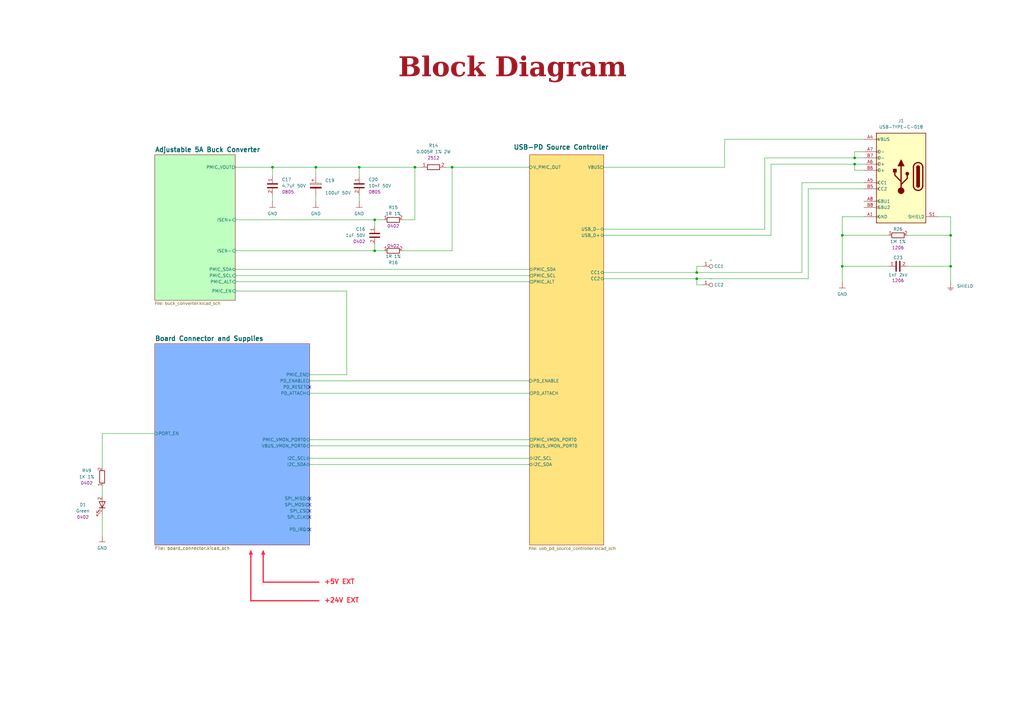
<source format=kicad_sch>
(kicad_sch (version 20250114) (generator "eeschema") (generator_version "9.0")
  (paper "A3")
  (title_block (title "Project Architecture") (date "2025-01-12") (rev "1.0.0") (company "DvidMakesThings"))
  (lib_symbols
    (symbol "DS_Capacitor_0402:1uF 50V 0402"
      (property "Reference" "C" (at 3.81 2.032 0))
      (property "Value" "1uF 50V" (at 3.81 0 0))
      (property "FOOTPRINT_SHORT" "0402" (at 3.81 -2.032 0))
      (symbol "1uF 50V 0402_0_1"
        (polyline (pts (xy -2.032 0.762) (xy 2.032 0.762)) (stroke (width 0.508)))
        (polyline (pts (xy -2.032 -0.762) (xy 2.032 -0.762)) (stroke (width 0.508)))
      )
      (symbol "1uF 50V 0402_1_1"
        (pin passive line (at 0 3.81 270) (length 2.794) (name "~") (number "1"))
        (pin passive line (at 0 -3.81 90) (length 2.794) (name "~") (number "2"))
      )
    )
    (symbol "DS_Capacitor_0805:10nF 50V 0805"
      (property "Reference" "C" (at 3.81 2.032 0))
      (property "Value" "10nF 50V" (at 3.81 0 0))
      (property "FOOTPRINT_SHORT" "0805" (at 3.81 -2.032 0))
      (symbol "10nF 50V 0805_0_1"
        (polyline (pts (xy -2.032 0.762) (xy 2.032 0.762)) (stroke (width 0.508)))
        (polyline (pts (xy -2.032 -0.762) (xy 2.032 -0.762)) (stroke (width 0.508)))
      )
      (symbol "10nF 50V 0805_1_1"
        (pin passive line (at 0 3.81 270) (length 2.794) (name "~") (number "1"))
        (pin passive line (at 0 -3.81 90) (length 2.794) (name "~") (number "2"))
      )
    )
    (symbol "DS_Capacitor_0805:4.7uF 50V 0805"
      (property "Reference" "C" (at 3.81 2.032 0))
      (property "Value" "4.7uF 50V" (at 3.81 0 0))
      (property "FOOTPRINT_SHORT" "0805" (at 3.81 -2.032 0))
      (symbol "4.7uF 50V 0805_0_1"
        (polyline (pts (xy -2.032 0.762) (xy 2.032 0.762)) (stroke (width 0.508)))
        (polyline (pts (xy -2.032 -0.762) (xy 2.032 -0.762)) (stroke (width 0.508)))
      )
      (symbol "4.7uF 50V 0805_1_1"
        (pin passive line (at 0 3.81 270) (length 2.794) (name "~") (number "1"))
        (pin passive line (at 0 -3.81 90) (length 2.794) (name "~") (number "2"))
      )
    )
    (symbol "DS_Capacitor_1206:1nF 2kV 1206"
      (property "Reference" "C" (at 3.81 2.032 0))
      (property "Value" "1nF 2kV" (at 3.81 0 0))
      (property "FOOTPRINT_SHORT" "1206" (at 3.81 -2.032 0))
      (symbol "1nF 2kV 1206_0_1"
        (polyline (pts (xy -2.032 0.762) (xy 2.032 0.762)) (stroke (width 0.508)))
        (polyline (pts (xy -2.032 -0.762) (xy 2.032 -0.762)) (stroke (width 0.508)))
      )
      (symbol "1nF 2kV 1206_1_1"
        (pin passive line (at 0 3.81 270) (length 2.794) (name "~") (number "1"))
        (pin passive line (at 0 -3.81 90) (length 2.794) (name "~") (number "2"))
      )
    )
    (symbol "DS_Capacitor_ELKO:100uF 50V"
      (property "Reference" "C" (at 3.302 1.524 0))
      (property "Value" "100uF 50V" (at 3.556 -0.508 0))
      (symbol "100uF 50V_0_1"
        (rectangle (start -2.286 0.508) (end 2.286 1.016))
        (polyline (pts (xy -1.778 2.286) (xy -0.762 2.286)))
        (polyline (pts (xy -1.27 2.794) (xy -1.27 1.778)))
        (rectangle (start 2.286 -0.508) (end -2.286 -1.016) (fill (type outline)))
      )
      (symbol "100uF 50V_1_1"
        (pin passive line (at 0 3.81 270) (length 2.794) (name "~") (number "1"))
        (pin passive line (at 0 -3.81 90) (length 2.794) (name "~") (number "2"))
      )
    )
    (symbol "DS_Connector:USB-C"
      (property "Reference" "J" (at -6.35 20.828 0))
      (property "Value" "USB-TYPE-C-018" (at -6.604 -19.558 0))
      (symbol "USB-C_0_0"
        (rectangle (start 10.16 16.764) (end 9.144 16.256))
        (rectangle (start 10.16 11.684) (end 9.144 11.176))
        (rectangle (start 10.16 9.144) (end 9.144 8.636))
        (rectangle (start 10.16 6.604) (end 9.144 6.096))
        (rectangle (start 10.16 4.064) (end 9.144 3.556))
        (rectangle (start 10.16 -1.016) (end 9.144 -1.524))
        (rectangle (start 10.16 -3.556) (end 9.144 -4.064))
        (rectangle (start 10.16 -8.636) (end 9.144 -9.144))
        (rectangle (start 10.16 -11.176) (end 9.144 -11.684))
        (rectangle (start 10.16 -15.494) (end 9.144 -14.986))
      )
      (symbol "USB-C_0_1"
        (rectangle (start -10.16 19.05) (end 10.16 -17.78) (stroke (width 0.254)) (fill (type background)))
        (polyline (pts (xy -8.89 -2.54) (xy -8.89 5.08)) (stroke (width 0.508)))
        (rectangle (start -7.62 -2.54) (end -6.35 5.08) (stroke (width 0.254)) (fill (type outline)))
        (arc (start -7.62 5.08) (mid -6.985 5.7123) (end -6.35 5.08) (stroke (width 0.254)))
        (arc (start -7.62 5.08) (mid -6.985 5.7123) (end -6.35 5.08) (stroke (width 0.254)) (fill (type outline)))
        (arc (start -8.89 5.08) (mid -6.985 6.9767) (end -5.08 5.08) (stroke (width 0.508)))
        (arc (start -5.08 -2.54) (mid -6.985 -4.4367) (end -8.89 -2.54) (stroke (width 0.508)))
        (arc (start -6.35 -2.54) (mid -6.985 -3.1723) (end -7.62 -2.54) (stroke (width 0.254)))
        (arc (start -6.35 -2.54) (mid -6.985 -3.1723) (end -7.62 -2.54) (stroke (width 0.254)) (fill (type outline)))
        (polyline (pts (xy -5.08 5.08) (xy -5.08 -2.54)) (stroke (width 0.508)))
        (circle (center -2.54 2.413) (radius 0.635) (stroke (width 0.254)) (fill (type outline)))
        (polyline (pts (xy -1.27 5.588) (xy 0 8.128) (xy 1.27 5.588) (xy -1.27 5.588)) (stroke (width 0.254)) (fill (type outline)))
        (polyline (pts (xy 0 -0.762) (xy 2.54 1.778) (xy 2.54 3.048)) (stroke (width 0.508)))
        (polyline (pts (xy 0 -2.032) (xy -2.54 0.508) (xy -2.54 1.778)) (stroke (width 0.508)))
        (polyline (pts (xy 0 -4.572) (xy 0 5.588)) (stroke (width 0.508)))
        (circle (center 0 -4.572) (radius 1.27) (fill (type outline)))
        (rectangle (start 1.905 3.048) (end 3.175 4.318) (stroke (width 0.254)) (fill (type outline)))
      )
      (symbol "USB-C_1_1"
        (pin passive line (at -15.24 -15.24 0) (length 5.08) (name "SHIELD") (number "S1"))
        (pin passive line (at 15.24 16.51 180) (length 5.08) (name "VBUS") (number "A4"))
        (pin passive line (at 15.24 16.51 180) (length 5.08) (hide yes) (name "VBUS") (number "A9"))
        (pin passive line (at 15.24 16.51 180) (length 5.08) (hide yes) (name "VBUS") (number "B4"))
        (pin passive line (at 15.24 16.51 180) (length 5.08) (hide yes) (name "VBUS") (number "B9"))
        (pin bidirectional line (at 15.24 11.43 180) (length 5.08) (name "D-") (number "A7"))
        (pin bidirectional line (at 15.24 8.89 180) (length 5.08) (name "D-") (number "B7"))
        (pin bidirectional line (at 15.24 6.35 180) (length 5.08) (name "D+") (number "A6"))
        (pin bidirectional line (at 15.24 3.81 180) (length 5.08) (name "D+") (number "B6"))
        (pin bidirectional line (at 15.24 -1.27 180) (length 5.08) (name "CC1") (number "A5"))
        (pin bidirectional line (at 15.24 -3.81 180) (length 5.08) (name "CC2") (number "B5"))
        (pin bidirectional line (at 15.24 -8.89 180) (length 5.08) (name "SBU1") (number "A8"))
        (pin bidirectional line (at 15.24 -11.43 180) (length 5.08) (name "SBU2") (number "B8"))
        (pin passive line (at 15.24 -15.24 180) (length 5.08) (name "GND") (number "A1"))
        (pin passive line (at 15.24 -15.24 180) (length 5.08) (hide yes) (name "GND") (number "A12"))
        (pin passive line (at 15.24 -15.24 180) (length 5.08) (hide yes) (name "GND") (number "B1"))
        (pin passive line (at 15.24 -15.24 180) (length 5.08) (hide yes) (name "GND") (number "B12"))
      )
    )
    (symbol "DS_Opto:Green_0402"
      (property "Reference" "D" (at -1.27 5.08 0))
      (property "Value" "Green" (at -1.27 2.794 0))
      (property "Size" "0402" (at -1.016 -3.302 0))
      (symbol "Green_0402_0_1"
        (polyline (pts (xy -3.048 -0.762) (xy -4.572 -2.286) (xy -3.81 -2.286) (xy -4.572 -2.286) (xy -4.572 -1.524)))
        (polyline (pts (xy -1.778 -0.762) (xy -3.302 -2.286) (xy -2.54 -2.286) (xy -3.302 -2.286) (xy -3.302 -1.524)))
        (polyline (pts (xy -1.27 0) (xy 1.27 0)))
        (polyline (pts (xy -1.27 -1.27) (xy -1.27 1.27)) (stroke (width 0.254)))
        (polyline (pts (xy 1.27 -1.27) (xy 1.27 1.27) (xy -1.27 0) (xy 1.27 -1.27)) (stroke (width 0.254)))
      )
      (symbol "Green_0402_1_1"
        (pin passive line (at -3.81 0 0) (length 2.54) (name "") (number "1"))
        (pin passive line (at 3.81 0 180) (length 2.54) (name "") (number "2"))
      )
    )
    (symbol "DS_Resistor_0402:1K 1% 0402"
      (property "Reference" "R" (at 2.032 2.032 0))
      (property "Value" "1K 1%" (at 2.032 0 0))
      (property "FOOTPRINT_SHORT" "0402" (at 2.032 -2.032 0))
      (symbol "1K 1% 0402_0_1"
        (rectangle (start -1.016 2.54) (end 1.016 -2.54) (stroke (width 0.254)))
      )
      (symbol "1K 1% 0402_1_1"
        (pin passive line (at 0 3.81 270) (length 1.27) (name "~") (number "1"))
        (pin passive line (at 0 -3.81 90) (length 1.27) (name "~") (number "2"))
      )
    )
    (symbol "DS_Resistor_0402:1R 1% 0402"
      (property "Reference" "R" (at 2.032 2.032 0))
      (property "Value" "1R 1%" (at 2.032 0 0))
      (property "FOOTPRINT_SHORT" "0402" (at 2.032 -2.032 0))
      (symbol "1R 1% 0402_0_1"
        (rectangle (start -1.016 2.54) (end 1.016 -2.54) (stroke (width 0.254)))
      )
      (symbol "1R 1% 0402_1_1"
        (pin passive line (at 0 3.81 270) (length 1.27) (name "~") (number "1"))
        (pin passive line (at 0 -3.81 90) (length 1.27) (name "~") (number "2"))
      )
    )
    (symbol "DS_Resistor_1206:1M 1% 1206"
      (property "Reference" "R" (at 2.032 2.032 0))
      (property "Value" "1M 1%" (at 2.032 0 0))
      (property "FOOTPRINT_SHORT" "1206" (at 2.032 -2.032 0))
      (symbol "1M 1% 1206_0_1"
        (rectangle (start -1.016 2.54) (end 1.016 -2.54) (stroke (width 0.254)))
      )
      (symbol "1M 1% 1206_1_1"
        (pin passive line (at 0 3.81 270) (length 1.27) (name "~") (number "1"))
        (pin passive line (at 0 -3.81 90) (length 1.27) (name "~") (number "2"))
      )
    )
    (symbol "DS_Resistor_2512:0.005R 1% 2515"
      (property "Reference" "R" (at 2.032 2.032 0))
      (property "Value" "0.005R 1% 2W" (at 2.032 0 0))
      (property "FOOTPRINT_SHORT" "2512" (at 2.032 -2.032 0))
      (symbol "0.005R 1% 2515_0_1"
        (rectangle (start -1.016 2.54) (end 1.016 -2.54) (stroke (width 0.254)))
      )
      (symbol "0.005R 1% 2515_1_1"
        (pin passive line (at 0 5.08 270) (length 2.54) (name "~") (number "1"))
        (pin passive line (at 0 -5.08 90) (length 2.54) (name "~") (number "2"))
      )
    )
    (symbol "DS_Supply:GND" (power) (pin_numbers (hide yes)) (pin_names (offset 0) (hide yes))
      (property "Value" "GND" (at 0 -3.81 0))
      (symbol "GND_0_1"
        (polyline (pts (xy 0 0) (xy 0 -2.54) (xy 1.27 -2.54) (xy 0 -2.54) (xy -1.27 -2.54) (xy 0 -2.54)))
      )
      (symbol "GND_1_1"
        (pin power_in line (at 0 0 270) (length 0) (name "~") (number "1"))
      )
    )
    (symbol "DS_Supply:SHIELD" (power) (pin_numbers (hide yes)) (pin_names (offset 0) (hide yes)) (in_bom no) (on_board no)
      (property "Value" "SHIELD" (at 0 -4.064 0))
      (symbol "SHIELD_0_1"
        (polyline (pts (xy -0.762 -1.778) (xy 0.762 -1.778)))
        (polyline (pts (xy -0.254 -2.286) (xy 0.254 -2.286)))
        (polyline (pts (xy 0 1.27) (xy 0 -1.27)))
        (polyline (pts (xy 0 -1.27) (xy -1.27 -1.27)))
        (polyline (pts (xy 1.27 -1.27) (xy 0 -1.27)))
      )
      (symbol "SHIELD_1_1"
        (pin power_in line (at 0 1.27 270) (length 0) (name "~") (number "1"))
      )
    )
    (symbol "DS_Test:Test_Point"
      (property "Reference" "TP" (at 0 4.064 0))
      (symbol "Test_Point_0_1"
        (circle (center 0 2.032) (radius 0.762))
      )
      (symbol "Test_Point_1_1"
        (pin passive line (at 0 -1.27 90) (length 2.54) (name "") (number "1"))
      )
    )
  )
  (bezier (pts (xy 102.87 226.06) (xy 102.87 226.06) (xy 102.362 227.33) (xy 102.362 227.33)) (stroke (width 0.5) (color 255 33 55 1)))
  (bezier (pts (xy 107.95 226.06) (xy 107.95 226.06) (xy 107.442 227.33) (xy 107.442 227.33)) (stroke (width 0.5) (color 255 33 55 1)))
  (bezier (pts (xy 102.87 226.06) (xy 102.87 226.06) (xy 103.378 227.33) (xy 103.378 227.33)) (stroke (width 0.5) (color 255 33 55 1)))
  (bezier (pts (xy 107.95 226.06) (xy 107.95 226.06) (xy 108.458 227.33) (xy 108.458 227.33)) (stroke (width 0.5) (color 255 33 55 1)))
  (text "+5V EXT" (at 132.842 238.76 0) (effects (font (size 1.905 1.905) (thickness 0.381) (bold yes)) (justify left)))
  (text "+24V EXT" (at 132.842 246.38 0) (effects (font (size 1.905 1.905) (thickness 0.381) (bold yes)) (justify left)))
  (text_box "Block Diagram" (at 144.78 21.59 0) (size 130.81 12.7) (margins 5.9999 5.9999 5.9999 5.9999) (stroke (width -0.0001)) (effects (font (size 8 8) (thickness 1.2) (bold yes))))
  (junction (at 345.44 96.52))
  (junction (at 129.54 68.58))
  (junction (at 185.42 68.58))
  (junction (at 170.18 68.58))
  (junction (at 153.67 90.17))
  (junction (at 111.76 68.58))
  (junction (at 153.67 102.87))
  (junction (at 350.52 67.31))
  (junction (at 285.75 111.76))
  (junction (at 389.89 109.22))
  (junction (at 350.52 64.77))
  (junction (at 285.75 114.3))
  (junction (at 345.44 109.22))
  (junction (at 147.32 68.58))
  (junction (at 389.89 96.52))
  (no_connect (at 127 204.47))
  (no_connect (at 127 207.01))
  (no_connect (at 127 212.09))
  (no_connect (at 127 158.75))
  (no_connect (at 127 217.17))
  (no_connect (at 127 209.55))
  (wire (pts (xy 96.52 68.58) (xy 111.76 68.58)))
  (wire (pts (xy 129.54 82.55) (xy 129.54 80.01)))
  (wire (pts (xy 142.24 153.67) (xy 127 153.67)))
  (wire (pts (xy 285.75 109.22) (xy 288.29 109.22)))
  (wire (pts (xy 127 190.5) (xy 217.17 190.5)))
  (wire (pts (xy 129.54 68.58) (xy 129.54 72.39)))
  (wire (pts (xy 96.52 119.38) (xy 142.24 119.38)))
  (wire (pts (xy 153.67 90.17) (xy 153.67 92.71)))
  (wire (pts (xy 331.47 114.3) (xy 331.47 77.47)))
  (wire (pts (xy 285.75 116.84) (xy 288.29 116.84)))
  (wire (pts (xy 384.81 88.9) (xy 389.89 88.9)))
  (wire (pts (xy 345.44 88.9) (xy 354.33 88.9)))
  (wire (pts (xy 350.52 67.31) (xy 354.33 67.31)))
  (wire (pts (xy 247.65 68.58) (xy 297.18 68.58)))
  (wire (pts (xy 345.44 96.52) (xy 364.49 96.52)))
  (wire (pts (xy 350.52 62.23) (xy 350.52 64.77)))
  (wire (pts (xy 285.75 114.3) (xy 331.47 114.3)))
  (wire (pts (xy 182.88 68.58) (xy 185.42 68.58)))
  (wire (pts (xy 165.1 90.17) (xy 170.18 90.17)))
  (wire (pts (xy 127 161.29) (xy 217.17 161.29)))
  (wire (pts (xy 316.23 67.31) (xy 350.52 67.31)))
  (wire (pts (xy 147.32 82.55) (xy 147.32 80.01)))
  (wire (pts (xy 41.91 191.77) (xy 41.91 177.8)))
  (wire (pts (xy 316.23 96.52) (xy 316.23 67.31)))
  (wire (pts (xy 41.91 199.39) (xy 41.91 203.2)))
  (wire (pts (xy 185.42 68.58) (xy 185.42 102.87)))
  (polyline (pts (xy 130.81 238.76) (xy 107.95 238.76)) (stroke (width 0.5) (color 255 33 55 1)))
  (wire (pts (xy 111.76 68.58) (xy 111.76 72.39)))
  (wire (pts (xy 170.18 68.58) (xy 170.18 90.17)))
  (wire (pts (xy 127 187.96) (xy 217.17 187.96)))
  (wire (pts (xy 111.76 68.58) (xy 129.54 68.58)))
  (wire (pts (xy 285.75 109.22) (xy 285.75 111.76)))
  (wire (pts (xy 170.18 68.58) (xy 172.72 68.58)))
  (wire (pts (xy 157.48 90.17) (xy 153.67 90.17)))
  (wire (pts (xy 345.44 109.22) (xy 345.44 115.57)))
  (wire (pts (xy 372.11 96.52) (xy 389.89 96.52)))
  (wire (pts (xy 129.54 68.58) (xy 147.32 68.58)))
  (wire (pts (xy 247.65 96.52) (xy 316.23 96.52)))
  (wire (pts (xy 96.52 110.49) (xy 217.17 110.49)))
  (wire (pts (xy 96.52 102.87) (xy 153.67 102.87)))
  (wire (pts (xy 147.32 68.58) (xy 170.18 68.58)))
  (wire (pts (xy 247.65 93.98) (xy 313.69 93.98)))
  (wire (pts (xy 345.44 96.52) (xy 345.44 109.22)))
  (wire (pts (xy 350.52 64.77) (xy 354.33 64.77)))
  (wire (pts (xy 127 156.21) (xy 217.17 156.21)))
  (wire (pts (xy 41.91 177.8) (xy 63.5 177.8)))
  (wire (pts (xy 297.18 68.58) (xy 297.18 57.15)))
  (wire (pts (xy 285.75 116.84) (xy 285.75 114.3)))
  (wire (pts (xy 127 182.88) (xy 217.17 182.88)))
  (wire (pts (xy 153.67 102.87) (xy 153.67 100.33)))
  (wire (pts (xy 185.42 68.58) (xy 217.17 68.58)))
  (wire (pts (xy 157.48 102.87) (xy 153.67 102.87)))
  (wire (pts (xy 165.1 102.87) (xy 185.42 102.87)))
  (wire (pts (xy 285.75 111.76) (xy 328.93 111.76)))
  (wire (pts (xy 345.44 88.9) (xy 345.44 96.52)))
  (polyline (pts (xy 107.95 226.06) (xy 107.95 238.76)) (stroke (width 0.5) (color 255 33 55 1)))
  (wire (pts (xy 111.76 82.55) (xy 111.76 80.01)))
  (wire (pts (xy 364.49 109.22) (xy 345.44 109.22)))
  (wire (pts (xy 142.24 119.38) (xy 142.24 153.67)))
  (wire (pts (xy 313.69 93.98) (xy 313.69 64.77)))
  (wire (pts (xy 297.18 57.15) (xy 354.33 57.15)))
  (polyline (pts (xy 130.81 246.38) (xy 102.87 246.38)) (stroke (width 0.5) (color 255 33 55 1)))
  (wire (pts (xy 350.52 69.85) (xy 350.52 67.31)))
  (wire (pts (xy 389.89 109.22) (xy 389.89 115.57)))
  (wire (pts (xy 247.65 114.3) (xy 285.75 114.3)))
  (wire (pts (xy 41.91 210.82) (xy 41.91 219.71)))
  (wire (pts (xy 372.11 109.22) (xy 389.89 109.22)))
  (wire (pts (xy 354.33 69.85) (xy 350.52 69.85)))
  (wire (pts (xy 96.52 90.17) (xy 153.67 90.17)))
  (wire (pts (xy 331.47 77.47) (xy 354.33 77.47)))
  (wire (pts (xy 96.52 115.57) (xy 217.17 115.57)))
  (wire (pts (xy 328.93 74.93) (xy 354.33 74.93)))
  (wire (pts (xy 389.89 88.9) (xy 389.89 96.52)))
  (wire (pts (xy 96.52 113.03) (xy 217.17 113.03)))
  (wire (pts (xy 389.89 96.52) (xy 389.89 109.22)))
  (wire (pts (xy 313.69 64.77) (xy 350.52 64.77)))
  (wire (pts (xy 354.33 62.23) (xy 350.52 62.23)))
  (wire (pts (xy 247.65 111.76) (xy 285.75 111.76)))
  (wire (pts (xy 328.93 111.76) (xy 328.93 74.93)))
  (wire (pts (xy 147.32 68.58) (xy 147.32 72.39)))
  (polyline (pts (xy 102.87 226.06) (xy 102.87 246.38)) (stroke (width 0.5) (color 255 33 55 1)))
  (wire (pts (xy 127 180.34) (xy 217.17 180.34)))
  (symbol (lib_id "DS_Supply:SHIELD") (at 389.89 116.84 0) (unit 1) (in_bom no) (on_board no)
    (property "Reference" "#SHIELD1" (effects (hide yes)))
    (property "Value" "SHIELD" (at 392.43 117.3479 0) (effects (justify left)))
    (property "Description" "Power symbol creates a global label with name \"SHIELD\"" (effects (hide yes)))
  )
  (symbol (lib_id "DS_Resistor_2512:0.005R 1% 2515") (at 177.8 68.58 90) (unit 1)
    (property "Reference" "R14" (at 177.8 59.69 90))
    (property "Value" "0.005R 1% 2W" (at 177.8 62.23 90))
    (property "Footprint" "Resistor_SMD:R_2512_6332Metric" (effects (hide yes)))
    (property "Datasheet" "https://jlcpcb.com/api/file/downloadByFileSystemAccessId/8588898866486267904" (effects (hide yes)))
    (property "Description" "-55°C~+170°C 2W 5mΩ ±1% ±25ppm/°C 2512 Chip Resistor - Surface Mount ROHS" (effects (hide yes)))
    (property "LCSC_PART" "C108931" (effects (hide yes)))
    (property "ROHS" "YES" (effects (hide yes)))
    (property "FOOTPRINT_SHORT" "2512" (at 177.8 64.77 90))
    (property "MFR" "RALEC" (effects (hide yes)))
    (property "MPN" "LR2512-22R005F4" (effects (hide yes)))
  )
  (symbol (lib_id "DS_Capacitor_0402:1uF 50V 0402") (at 153.67 96.52 0) (unit 1)
    (property "Reference" "C16" (at 149.86 93.9799 0) (effects (justify right)))
    (property "Value" "1uF 50V" (at 149.86 96.5199 0) (effects (justify right)))
    (property "Footprint" "Capacitor_SMD:C_0402_1005Metric" (effects (hide yes)))
    (property "Description" "50V 1uF X5R ±10% 0402 Multilayer Ceramic Capacitors MLCC - SMD/SMT ROHS" (effects (hide yes)))
    (property "FOOTPRINT_SHORT" "0402" (at 149.86 99.0599 0) (effects (justify right)))
    (property "ROHS" "YES" (effects (hide yes)))
    (property "LCSC_PART" "C1518208" (effects (hide yes)))
  )
  (symbol (lib_id "DS_Resistor_0402:1K 1% 0402") (at 41.91 195.58 0) (mirror x) (unit 1)
    (property "Reference" "R49" (at 35.56 193.04 0))
    (property "Value" "1K 1%" (at 35.56 195.58 0))
    (property "Footprint" "Resistor_SMD:R_0402_1005Metric" (effects (hide yes)))
    (property "Description" "62.5mW Thick Film Resistors 50V ±100ppm/℃ ±1% 1kΩ 0402 Chip Resistor - Surface Mount ROHS" (effects (hide yes)))
    (property "LCSC_PART" "C11702" (effects (hide yes)))
    (property "ROHS" "YES" (effects (hide yes)))
    (property "FOOTPRINT_SHORT" "0402" (at 35.56 198.12 0))
    (property "MFR" "FH" (effects (hide yes)))
  )
  (symbol (lib_id "DS_Resistor_0402:1R 1% 0402") (at 161.29 90.17 90) (unit 1)
    (property "Reference" "R15" (at 161.29 85.09 90))
    (property "Value" "1R 1%" (at 161.29 87.63 90))
    (property "Footprint" "Resistor_SMD:R_0402_1005Metric" (effects (hide yes)))
    (property "Datasheet" "https://jlcpcb.com/api/file/downloadByFileSystemAccessId/8588903265874956288" (effects (hide yes)))
    (property "Description" "Chip Resistors 0402 1Ω ±1% 1/16W ±200ppm/℃" (effects (hide yes)))
    (property "LCSC_PART" "C185446" (effects (hide yes)))
    (property "ROHS" "YES" (effects (hide yes)))
    (property "FOOTPRINT_SHORT" "0402" (at 161.29 92.71 90))
    (property "MFR" "RALEC" (effects (hide yes)))
    (property "MPN" "RC0402FR-071RL" (effects (hide yes)))
  )
  (symbol (lib_id "DS_Supply:GND") (at 129.54 82.55 0) (unit 1)
    (property "Reference" "#PWR027" (effects (hide yes)))
    (property "Value" "GND" (at 129.54 87.63 0))
    (property "Description" "Power symbol creates a global label with name \"GND\" , ground" (effects (hide yes)))
  )
  (symbol (lib_id "DS_Supply:GND") (at 111.76 82.55 0) (unit 1)
    (property "Reference" "#PWR026" (effects (hide yes)))
    (property "Value" "GND" (at 111.76 87.63 0))
    (property "Description" "Power symbol creates a global label with name \"GND\" , ground" (effects (hide yes)))
  )
  (symbol (lib_id "DS_Connector:USB-C") (at 369.57 73.66 0) (mirror y) (unit 1)
    (property "Reference" "J1" (at 369.57 49.53 0))
    (property "Value" "USB-TYPE-C-018" (at 369.57 52.07 0))
    (property "Footprint" "DS_Connector:USB_C_Receptacle_HCTL_HC-TYPE-C-16P-01A" (effects (hide yes)))
    (property "Datasheet" "https://jlcpcb.com/api/file/downloadByFileSystemAccessId/8589041631273738240" (effects (hide yes)))
    (property "Description" "-25°C~+85°C 1 10,000 cycles 16P 3A 5V 7.35mm Female Surface Mount, Right Angle Type-C SMD USB Connectors ROHS" (effects (hide yes)))
    (property "LCSC_PART" "C2927038" (effects (hide yes)))
    (property "MPN" "USB-TYPE-C-018" (effects (hide yes)))
    (property "MFR" "DEALON" (effects (hide yes)))
    (property "ROHS" "YES" (effects (hide yes)))
  )
  (symbol (lib_id "DS_Capacitor_1206:1nF 2kV 1206") (at 368.3 109.22 90) (unit 1)
    (property "Reference" "C23" (at 368.3 105.664 90))
    (property "Value" "1nF 2kV" (at 368.3 112.776 90))
    (property "Footprint" "Capacitor_SMD:C_1206_3216Metric" (effects (hide yes)))
    (property "Description" "Chip Capacitor (MLCC) 1206 1nF ±10% 2KV X7R" (effects (hide yes)))
    (property "FOOTPRINT_SHORT" "1206" (at 368.3 115.062 90))
    (property "ROHS" "YES" (effects (hide yes)))
    (property "LCSC_PART" "C173242" (effects (hide yes)))
    (property "MFR" "Johanson Dielectrics " (effects (hide yes)))
  )
  (symbol (lib_id "DS_Capacitor_ELKO:100uF 50V") (at 129.54 76.2 0) (unit 1)
    (property "Reference" "C19" (at 133.35 74.0409 0) (effects (justify left)))
    (property "Value" "100uF 50V" (at 133.35 79.1209 0) (effects (justify left)))
    (property "Footprint" "DS_Capacitor:C_Elec_6.3x7.7" (effects (hide yes)))
    (property "Datasheet" "https://jlcpcb.com/api/file/downloadByFileSystemAccessId/8555567821597212672" (effects (hide yes)))
    (property "Description" "100uF 2000hrs@105℃ 50V 6.3mm 7.7mm ±20% SMD,D6.3xL7.7mm Aluminum Electrolytic Capacitors - SMD ROHS" (effects (hide yes)))
    (property "MPN" "RVT1H101M0607" (effects (hide yes)))
    (property "MFR" "ROQANG" (effects (hide yes)))
    (property "ROHS" "YES" (effects (hide yes)))
    (property "LCSC_PART" "C3151829" (effects (hide yes)))
    (property "LCSC_PRICE" "EUR 0.0597" (effects (hide yes)))
  )
  (symbol (lib_id "DS_Capacitor_0805:4.7uF 50V 0805") (at 111.76 76.2 0) (unit 1)
    (property "Reference" "C17" (at 115.57 73.6599 0) (effects (justify left)))
    (property "Value" "4.7uF 50V" (at 115.57 76.1999 0) (effects (justify left)))
    (property "Footprint" "Capacitor_SMD:C_0805_2012Metric" (effects (hide yes)))
    (property "Datasheet" "https://jlcpcb.com/api/file/downloadByFileSystemAccessId/8586178946207789056" (effects (hide yes)))
    (property "Description" "4.7uF 50V X5R ±10% 0805 Multilayer Ceramic Capacitors MLCC - SMD/SMT ROHS" (effects (hide yes)))
    (property "FOOTPRINT_SHORT" "0805" (at 115.57 78.7399 0) (effects (justify left)))
    (property "ROHS" "YES" (effects (hide yes)))
    (property "LCSC_PART" "C98192" (effects (hide yes)))
    (property "MFR" "Samsung Electro-Mechanics" (effects (hide yes)))
    (property "MPN" "CL21A475KBQNNNE" (effects (hide yes)))
  )
  (symbol (lib_id "DS_Resistor_0402:1R 1% 0402") (at 161.29 102.87 90) (mirror x) (unit 1)
    (property "Reference" "R16" (at 161.29 107.696 90))
    (property "Value" "1R 1%" (at 161.29 105.156 90))
    (property "Footprint" "Resistor_SMD:R_0402_1005Metric" (effects (hide yes)))
    (property "Datasheet" "https://jlcpcb.com/api/file/downloadByFileSystemAccessId/8588903265874956288" (effects (hide yes)))
    (property "Description" "Chip Resistors 0402 1Ω ±1% 1/16W ±200ppm/℃" (effects (hide yes)))
    (property "LCSC_PART" "C185446" (effects (hide yes)))
    (property "ROHS" "YES" (effects (hide yes)))
    (property "FOOTPRINT_SHORT" "0402" (at 161.29 100.838 90))
    (property "MFR" "RALEC" (effects (hide yes)))
    (property "MPN" "RC0402FR-071RL" (effects (hide yes)))
  )
  (symbol (lib_id "DS_Test:Test_Point") (at 289.56 116.84 270) (mirror x) (unit 1)
    (property "Reference" "CC2" (at 294.894 116.84 90))
    (property "Value" "~" (at 291.592 114.3 90))
    (property "Footprint" "DS_Test:TestPoint_0.6mm" (effects (hide yes)))
  )
  (symbol (lib_id "DS_Resistor_1206:1M 1% 1206") (at 368.3 96.52 90) (unit 1)
    (property "Reference" "R26" (at 368.3 93.98 90))
    (property "Value" "1M 1%" (at 368.3 99.06 90))
    (property "Footprint" "Resistor_SMD:R_1206_3216Metric" (effects (hide yes)))
    (property "Description" "250mW Thick Film Resistors 200V ±100ppm/℃ ±1% 1MΩ 1206 Chip Resistor - Surface Mount ROHS" (effects (hide yes)))
    (property "LCSC_PART" "C17927" (effects (hide yes)))
    (property "ROHS" "YES" (effects (hide yes)))
    (property "FOOTPRINT_SHORT" "1206" (at 368.3 101.6 90))
    (property "MFR" "Uniohm" (effects (hide yes)))
  )
  (symbol (lib_id "DS_Capacitor_0805:10nF 50V 0805") (at 147.32 76.2 0) (unit 1)
    (property "Reference" "C20" (at 151.13 73.6599 0) (effects (justify left)))
    (property "Value" "10nF 50V" (at 151.13 76.1999 0) (effects (justify left)))
    (property "Footprint" "Capacitor_SMD:C_0805_2012Metric" (effects (hide yes)))
    (property "Description" "50V 10nF X7R ±10% 0805 Multilayer Ceramic Capacitors MLCC - SMD/SMT ROHS" (effects (hide yes)))
    (property "FOOTPRINT_SHORT" "0805" (at 151.13 78.7399 0) (effects (justify left)))
    (property "ROHS" "YES" (effects (hide yes)))
    (property "LCSC_PART" "C1710" (effects (hide yes)))
  )
  (symbol (lib_id "DS_Test:Test_Point") (at 289.56 109.22 270) (mirror x) (unit 1)
    (property "Reference" "CC1" (at 294.894 109.22 90))
    (property "Value" "~" (at 291.592 106.68 90))
    (property "Footprint" "DS_Test:TestPoint_0.6mm" (effects (hide yes)))
  )
  (symbol (lib_id "DS_Supply:GND") (at 41.91 219.71 0) (unit 1)
    (property "Reference" "#PWR048" (effects (hide yes)))
    (property "Value" "GND" (at 41.91 224.79 0))
    (property "Description" "Power symbol creates a global label with name \"GND\" , ground" (effects (hide yes)))
  )
  (symbol (lib_id "DS_Supply:GND") (at 147.32 82.55 0) (unit 1)
    (property "Reference" "#PWR028" (effects (hide yes)))
    (property "Value" "GND" (at 147.32 87.63 0))
    (property "Description" "Power symbol creates a global label with name \"GND\" , ground" (effects (hide yes)))
  )
  (symbol (lib_id "DS_Opto:Green_0402") (at 41.91 207.01 270) (mirror x) (unit 1)
    (property "Reference" "D1" (at 33.9725 207.01 90))
    (property "Value" "Green" (at 33.9725 209.55 90))
    (property "Footprint" "LED_SMD:LED_0402_1005Metric" (effects (hide yes)))
    (property "Datasheet" "https://jlcpcb.com/api/file/downloadByFileSystemAccessId/8588919245081731072" (effects (hide yes)))
    (property "Description" "-40℃~+85℃ 120° 249mcd 25mA 3V 516nm~531nm 531nm 80mW Emerald Green Top-mount Water Clear 0402 LED Indication - Discrete ROHS" (effects (hide yes)))
    (property "MPN" "XL-1005UGC" (effects (hide yes)))
    (property "MFR" "XINGLIGHT" (effects (hide yes)))
    (property "LCSC_PART" "C965793" (effects (hide yes)))
    (property "ROHS" "YES" (effects (hide yes)))
    (property "Size" "0402" (at 33.9725 212.09 90))
  )
  (symbol (lib_id "DS_Supply:GND") (at 345.44 115.57 0) (unit 1)
    (property "Reference" "#PWR40" (effects (hide yes)))
    (property "Value" "GND" (at 345.44 120.65 0))
    (property "Description" "Power symbol creates a global label with name \"GND\" , ground" (effects (hide yes)))
  )
  (sheet (at 63.5 140.97) (size 63.5 82.55) (stroke (width 0.1524)) (fill (color 131 180 255 1.0000))
    (property "Sheetname" "Board Connector and Supplies" (at 63.5 139.9409 0) (effects (font (size 1.905 1.905) (thickness 0.381) (bold yes)) (justify left bottom)))
    (property "Sheetfile" "board_connector.kicad_sch" (at 63.5 224.1046 0) (effects (justify left top)))
    (pin "PD_RESET" output (at 127 158.75 0))
    (pin "SPI_CS" output (at 127 209.55 0))
    (pin "SPI_MISO" input (at 127 204.47 0))
    (pin "I2C_SDA" bidirectional (at 127 190.5 0))
    (pin "SPI_CLK" output (at 127 212.09 0))
    (pin "I2C_SCL" bidirectional (at 127 187.96 0))
    (pin "SPI_MOSI" output (at 127 207.01 0))
    (pin "PD_IRQ" input (at 127 217.17 0))
    (pin "PORT_EN" input (at 63.5 177.8 180))
    (pin "VBUS_VMON_PORT0" input (at 127 182.88 0))
    (pin "PMIC_VMON_PORT0" input (at 127 180.34 0))
    (pin "PD_ATTACH" input (at 127 161.29 0))
    (pin "PMIC_EN" output (at 127 153.67 0))
    (pin "PD_ENABLE" output (at 127 156.21 0))
  )
  (sheet (at 217.17 63.5) (size 30.48 160.02) (stroke (width 0.1524)) (fill (color 255 200 0 0.5020))
    (property "Sheetname" "USB-PD Source Controller" (at 210.566 61.468 0) (effects (font (size 1.905 1.905) (bold yes)) (justify left bottom)))
    (property "Sheetfile" "usb_pd_source_controller.kicad_sch" (at 216.916 224.282 0) (effects (justify left top)))
    (pin "VBUS" output (at 247.65 68.58 0))
    (pin "CC2" bidirectional (at 247.65 114.3 0))
    (pin "CC1" bidirectional (at 247.65 111.76 0))
    (pin "PD_ENABLE" input (at 217.17 156.21 180))
    (pin "I2C_SCL" bidirectional (at 217.17 187.96 180))
    (pin "I2C_SDA" bidirectional (at 217.17 190.5 180))
    (pin "USB_D-" bidirectional (at 247.65 93.98 0))
    (pin "PMIC_SCL" output (at 217.17 113.03 180))
    (pin "USB_D+" bidirectional (at 247.65 96.52 0))
    (pin "PMIC_SDA" bidirectional (at 217.17 110.49 180))
    (pin "PMIC_ALT" output (at 217.17 115.57 180))
    (pin "PD_ATTACH" output (at 217.17 161.29 180))
    (pin "V_PMIC_OUT" input (at 217.17 68.58 180))
    (pin "VBUS_VMON_PORT0" output (at 217.17 182.88 180))
    (pin "PMIC_VMON_PORT0" output (at 217.17 180.34 180))
  )
  (sheet (at 63.5 63.5) (size 33.02 59.69) (stroke (width 0.1524)) (fill (color 128 255 128 0.5000))
    (property "Sheetname" "Adjustable 5A Buck Converter" (at 63.5 62.4709 0) (effects (font (size 1.905 1.905) (bold yes)) (justify left bottom)))
    (property "Sheetfile" "buck_converter.kicad_sch" (at 63.5 123.7746 0) (effects (justify left top)))
    (pin "PMIC_SCL" input (at 96.52 113.03 0))
    (pin "PMIC_VOUT" output (at 96.52 68.58 0))
    (pin "ISEN-" input (at 96.52 102.87 0))
    (pin "ISEN+" input (at 96.52 90.17 0))
    (pin "PMIC_SDA" bidirectional (at 96.52 110.49 0))
    (pin "PMIC_ALT" input (at 96.52 115.57 0))
    (pin "PMIC_EN" input (at 96.52 119.38 0))
  )
)
</source>
